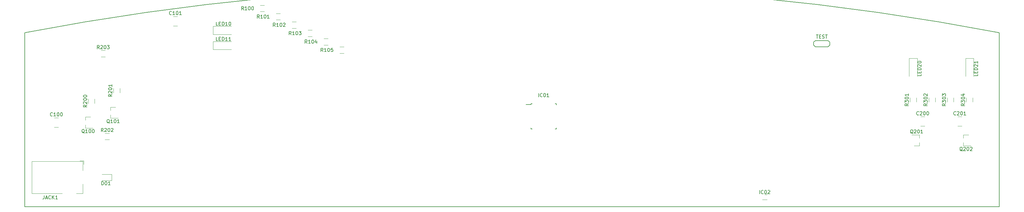
<source format=gbr>
%TF.GenerationSoftware,KiCad,Pcbnew,5.0.2-bee76a0~70~ubuntu18.04.1*%
%TF.CreationDate,2019-04-07T12:31:35-04:00*%
%TF.ProjectId,pcbnameplate,7063626e-616d-4657-906c-6174652e6b69,rev?*%
%TF.SameCoordinates,Original*%
%TF.FileFunction,Legend,Top*%
%TF.FilePolarity,Positive*%
%FSLAX46Y46*%
G04 Gerber Fmt 4.6, Leading zero omitted, Abs format (unit mm)*
G04 Created by KiCad (PCBNEW 5.0.2-bee76a0~70~ubuntu18.04.1) date Sun 07 Apr 2019 12:31:35 PM EDT*
%MOMM*%
%LPD*%
G01*
G04 APERTURE LIST*
%ADD10C,0.200000*%
%ADD11C,0.120000*%
%ADD12C,0.150000*%
G04 APERTURE END LIST*
D10*
X36677600Y-138734800D02*
X36677600Y-88734800D01*
X316677600Y-138734800D02*
X316677600Y-88734800D01*
X36677600Y-88734800D02*
G75*
G02X316677600Y-88734800I140000000J-730000000D01*
G01*
X36677600Y-138734800D02*
X316677600Y-138734800D01*
D11*
X306376800Y-118104800D02*
X306376800Y-119034800D01*
X306376800Y-121264800D02*
X306376800Y-120334800D01*
X306376800Y-121264800D02*
X308536800Y-121264800D01*
X306376800Y-118104800D02*
X307836800Y-118104800D01*
X293698200Y-121264800D02*
X293698200Y-120334800D01*
X293698200Y-118104800D02*
X293698200Y-119034800D01*
X293698200Y-118104800D02*
X291538200Y-118104800D01*
X293698200Y-121264800D02*
X292238200Y-121264800D01*
X296447800Y-108628264D02*
X296447800Y-107424136D01*
X298267800Y-108628264D02*
X298267800Y-107424136D01*
X307217400Y-108628264D02*
X307217400Y-107424136D01*
X309037400Y-108628264D02*
X309037400Y-107424136D01*
X291037600Y-108628264D02*
X291037600Y-107424136D01*
X292857600Y-108628264D02*
X292857600Y-107424136D01*
X301756400Y-108628264D02*
X301756400Y-107424136D01*
X303576400Y-108628264D02*
X303576400Y-107424136D01*
X304731336Y-112863800D02*
X305935464Y-112863800D01*
X304731336Y-115583800D02*
X305935464Y-115583800D01*
X294063336Y-112863800D02*
X295267464Y-112863800D01*
X294063336Y-115583800D02*
X295267464Y-115583800D01*
X53376400Y-125752800D02*
X53376400Y-128352800D01*
X38676400Y-125752800D02*
X53376400Y-125752800D01*
X53376400Y-134952800D02*
X51476400Y-134952800D01*
X53376400Y-132252800D02*
X53376400Y-134952800D01*
X38676400Y-134952800D02*
X38676400Y-125752800D01*
X47476400Y-134952800D02*
X38676400Y-134952800D01*
X52526400Y-125552800D02*
X53576400Y-125552800D01*
X53576400Y-126602800D02*
X53576400Y-125552800D01*
D12*
X182150600Y-109376000D02*
X180725600Y-109376000D01*
X189400600Y-109151000D02*
X189075600Y-109151000D01*
X189400600Y-116401000D02*
X189075600Y-116401000D01*
X182150600Y-116401000D02*
X182475600Y-116401000D01*
X182150600Y-109151000D02*
X182475600Y-109151000D01*
X182150600Y-116401000D02*
X182150600Y-116076000D01*
X189400600Y-116401000D02*
X189400600Y-116076000D01*
X189400600Y-109151000D02*
X189400600Y-109476000D01*
X182150600Y-109151000D02*
X182150600Y-109376000D01*
D11*
X104299936Y-82647200D02*
X105504064Y-82647200D01*
X104299936Y-80827200D02*
X105504064Y-80827200D01*
X108871936Y-85034800D02*
X110076064Y-85034800D01*
X108871936Y-83214800D02*
X110076064Y-83214800D01*
X113443936Y-87422400D02*
X114648064Y-87422400D01*
X113443936Y-85602400D02*
X114648064Y-85602400D01*
X118015936Y-89810000D02*
X119220064Y-89810000D01*
X118015936Y-87990000D02*
X119220064Y-87990000D01*
X122587936Y-92248400D02*
X123792064Y-92248400D01*
X122587936Y-90428400D02*
X123792064Y-90428400D01*
X127159936Y-94636000D02*
X128364064Y-94636000D01*
X127159936Y-92816000D02*
X128364064Y-92816000D01*
X61694800Y-129452800D02*
X58894800Y-129452800D01*
X61694800Y-131252800D02*
X61694800Y-129452800D01*
X58894800Y-131252800D02*
X61694800Y-131252800D01*
X54116700Y-112974000D02*
X55576700Y-112974000D01*
X54116700Y-116134000D02*
X56276700Y-116134000D01*
X54116700Y-116134000D02*
X54116700Y-115204000D01*
X54116700Y-112974000D02*
X54116700Y-113904000D01*
X61330300Y-110129200D02*
X62790300Y-110129200D01*
X61330300Y-113289200D02*
X63490300Y-113289200D01*
X61330300Y-113289200D02*
X61330300Y-112359200D01*
X61330300Y-110129200D02*
X61330300Y-111059200D01*
X45158576Y-115896220D02*
X46362704Y-115896220D01*
X45158576Y-113176220D02*
X46362704Y-113176220D01*
X56790000Y-109009264D02*
X56790000Y-107805136D01*
X54970000Y-109009264D02*
X54970000Y-107805136D01*
X64003600Y-105961264D02*
X64003600Y-104757136D01*
X62183600Y-105961264D02*
X62183600Y-104757136D01*
X59748336Y-119477200D02*
X60952464Y-119477200D01*
X59748336Y-117657200D02*
X60952464Y-117657200D01*
X58630736Y-95652000D02*
X59834864Y-95652000D01*
X58630736Y-93832000D02*
X59834864Y-93832000D01*
X79357136Y-86754800D02*
X80561264Y-86754800D01*
X79357136Y-84034800D02*
X80561264Y-84034800D01*
X90816800Y-89196400D02*
X96026800Y-89196400D01*
X90816800Y-86876400D02*
X90816800Y-89196400D01*
X96026800Y-86876400D02*
X90816800Y-86876400D01*
X90816800Y-93565200D02*
X96026800Y-93565200D01*
X90816800Y-91245200D02*
X90816800Y-93565200D01*
X96026800Y-91245200D02*
X90816800Y-91245200D01*
X248575600Y-136741600D02*
X249925600Y-136741600D01*
X249275600Y-135291600D02*
X249925600Y-135291600D01*
X290787600Y-96074600D02*
X290787600Y-101284600D01*
X293107600Y-96074600D02*
X290787600Y-96074600D01*
X293107600Y-101284600D02*
X293107600Y-96074600D01*
X306992800Y-96081200D02*
X306992800Y-101291200D01*
X309312800Y-96081200D02*
X306992800Y-96081200D01*
X309312800Y-101291200D02*
X309312800Y-96081200D01*
D12*
X263358600Y-91471800D02*
X263858600Y-90971800D01*
X263358600Y-92271800D02*
X263358600Y-91471800D01*
X263858600Y-92771800D02*
X263358600Y-92271800D01*
X267458600Y-92771800D02*
X263858600Y-92771800D01*
X267958600Y-92271800D02*
X267458600Y-92771800D01*
X267958600Y-91471800D02*
X267958600Y-92271800D01*
X267458600Y-90971800D02*
X267958600Y-91471800D01*
X263858600Y-90971800D02*
X267458600Y-90971800D01*
X306089180Y-122732419D02*
X305993942Y-122684800D01*
X305898704Y-122589561D01*
X305755847Y-122446704D01*
X305660609Y-122399085D01*
X305565371Y-122399085D01*
X305612990Y-122637180D02*
X305517752Y-122589561D01*
X305422514Y-122494323D01*
X305374895Y-122303847D01*
X305374895Y-121970514D01*
X305422514Y-121780038D01*
X305517752Y-121684800D01*
X305612990Y-121637180D01*
X305803466Y-121637180D01*
X305898704Y-121684800D01*
X305993942Y-121780038D01*
X306041561Y-121970514D01*
X306041561Y-122303847D01*
X305993942Y-122494323D01*
X305898704Y-122589561D01*
X305803466Y-122637180D01*
X305612990Y-122637180D01*
X306422514Y-121732419D02*
X306470133Y-121684800D01*
X306565371Y-121637180D01*
X306803466Y-121637180D01*
X306898704Y-121684800D01*
X306946323Y-121732419D01*
X306993942Y-121827657D01*
X306993942Y-121922895D01*
X306946323Y-122065752D01*
X306374895Y-122637180D01*
X306993942Y-122637180D01*
X307612990Y-121637180D02*
X307708228Y-121637180D01*
X307803466Y-121684800D01*
X307851085Y-121732419D01*
X307898704Y-121827657D01*
X307946323Y-122018133D01*
X307946323Y-122256228D01*
X307898704Y-122446704D01*
X307851085Y-122541942D01*
X307803466Y-122589561D01*
X307708228Y-122637180D01*
X307612990Y-122637180D01*
X307517752Y-122589561D01*
X307470133Y-122541942D01*
X307422514Y-122446704D01*
X307374895Y-122256228D01*
X307374895Y-122018133D01*
X307422514Y-121827657D01*
X307470133Y-121732419D01*
X307517752Y-121684800D01*
X307612990Y-121637180D01*
X308327276Y-121732419D02*
X308374895Y-121684800D01*
X308470133Y-121637180D01*
X308708228Y-121637180D01*
X308803466Y-121684800D01*
X308851085Y-121732419D01*
X308898704Y-121827657D01*
X308898704Y-121922895D01*
X308851085Y-122065752D01*
X308279657Y-122637180D01*
X308898704Y-122637180D01*
X291890580Y-117732419D02*
X291795342Y-117684800D01*
X291700104Y-117589561D01*
X291557247Y-117446704D01*
X291462009Y-117399085D01*
X291366771Y-117399085D01*
X291414390Y-117637180D02*
X291319152Y-117589561D01*
X291223914Y-117494323D01*
X291176295Y-117303847D01*
X291176295Y-116970514D01*
X291223914Y-116780038D01*
X291319152Y-116684800D01*
X291414390Y-116637180D01*
X291604866Y-116637180D01*
X291700104Y-116684800D01*
X291795342Y-116780038D01*
X291842961Y-116970514D01*
X291842961Y-117303847D01*
X291795342Y-117494323D01*
X291700104Y-117589561D01*
X291604866Y-117637180D01*
X291414390Y-117637180D01*
X292223914Y-116732419D02*
X292271533Y-116684800D01*
X292366771Y-116637180D01*
X292604866Y-116637180D01*
X292700104Y-116684800D01*
X292747723Y-116732419D01*
X292795342Y-116827657D01*
X292795342Y-116922895D01*
X292747723Y-117065752D01*
X292176295Y-117637180D01*
X292795342Y-117637180D01*
X293414390Y-116637180D02*
X293509628Y-116637180D01*
X293604866Y-116684800D01*
X293652485Y-116732419D01*
X293700104Y-116827657D01*
X293747723Y-117018133D01*
X293747723Y-117256228D01*
X293700104Y-117446704D01*
X293652485Y-117541942D01*
X293604866Y-117589561D01*
X293509628Y-117637180D01*
X293414390Y-117637180D01*
X293319152Y-117589561D01*
X293271533Y-117541942D01*
X293223914Y-117446704D01*
X293176295Y-117256228D01*
X293176295Y-117018133D01*
X293223914Y-116827657D01*
X293271533Y-116732419D01*
X293319152Y-116684800D01*
X293414390Y-116637180D01*
X294700104Y-117637180D02*
X294128676Y-117637180D01*
X294414390Y-117637180D02*
X294414390Y-116637180D01*
X294319152Y-116780038D01*
X294223914Y-116875276D01*
X294128676Y-116922895D01*
X295990180Y-109145247D02*
X295513990Y-109478580D01*
X295990180Y-109716676D02*
X294990180Y-109716676D01*
X294990180Y-109335723D01*
X295037800Y-109240485D01*
X295085419Y-109192866D01*
X295180657Y-109145247D01*
X295323514Y-109145247D01*
X295418752Y-109192866D01*
X295466371Y-109240485D01*
X295513990Y-109335723D01*
X295513990Y-109716676D01*
X294990180Y-108811914D02*
X294990180Y-108192866D01*
X295371133Y-108526200D01*
X295371133Y-108383342D01*
X295418752Y-108288104D01*
X295466371Y-108240485D01*
X295561609Y-108192866D01*
X295799704Y-108192866D01*
X295894942Y-108240485D01*
X295942561Y-108288104D01*
X295990180Y-108383342D01*
X295990180Y-108669057D01*
X295942561Y-108764295D01*
X295894942Y-108811914D01*
X294990180Y-107573819D02*
X294990180Y-107478580D01*
X295037800Y-107383342D01*
X295085419Y-107335723D01*
X295180657Y-107288104D01*
X295371133Y-107240485D01*
X295609228Y-107240485D01*
X295799704Y-107288104D01*
X295894942Y-107335723D01*
X295942561Y-107383342D01*
X295990180Y-107478580D01*
X295990180Y-107573819D01*
X295942561Y-107669057D01*
X295894942Y-107716676D01*
X295799704Y-107764295D01*
X295609228Y-107811914D01*
X295371133Y-107811914D01*
X295180657Y-107764295D01*
X295085419Y-107716676D01*
X295037800Y-107669057D01*
X294990180Y-107573819D01*
X295085419Y-106859533D02*
X295037800Y-106811914D01*
X294990180Y-106716676D01*
X294990180Y-106478580D01*
X295037800Y-106383342D01*
X295085419Y-106335723D01*
X295180657Y-106288104D01*
X295275895Y-106288104D01*
X295418752Y-106335723D01*
X295990180Y-106907152D01*
X295990180Y-106288104D01*
X306759780Y-109145247D02*
X306283590Y-109478580D01*
X306759780Y-109716676D02*
X305759780Y-109716676D01*
X305759780Y-109335723D01*
X305807400Y-109240485D01*
X305855019Y-109192866D01*
X305950257Y-109145247D01*
X306093114Y-109145247D01*
X306188352Y-109192866D01*
X306235971Y-109240485D01*
X306283590Y-109335723D01*
X306283590Y-109716676D01*
X305759780Y-108811914D02*
X305759780Y-108192866D01*
X306140733Y-108526200D01*
X306140733Y-108383342D01*
X306188352Y-108288104D01*
X306235971Y-108240485D01*
X306331209Y-108192866D01*
X306569304Y-108192866D01*
X306664542Y-108240485D01*
X306712161Y-108288104D01*
X306759780Y-108383342D01*
X306759780Y-108669057D01*
X306712161Y-108764295D01*
X306664542Y-108811914D01*
X305759780Y-107573819D02*
X305759780Y-107478580D01*
X305807400Y-107383342D01*
X305855019Y-107335723D01*
X305950257Y-107288104D01*
X306140733Y-107240485D01*
X306378828Y-107240485D01*
X306569304Y-107288104D01*
X306664542Y-107335723D01*
X306712161Y-107383342D01*
X306759780Y-107478580D01*
X306759780Y-107573819D01*
X306712161Y-107669057D01*
X306664542Y-107716676D01*
X306569304Y-107764295D01*
X306378828Y-107811914D01*
X306140733Y-107811914D01*
X305950257Y-107764295D01*
X305855019Y-107716676D01*
X305807400Y-107669057D01*
X305759780Y-107573819D01*
X306093114Y-106383342D02*
X306759780Y-106383342D01*
X305712161Y-106621438D02*
X306426447Y-106859533D01*
X306426447Y-106240485D01*
X290579980Y-109145247D02*
X290103790Y-109478580D01*
X290579980Y-109716676D02*
X289579980Y-109716676D01*
X289579980Y-109335723D01*
X289627600Y-109240485D01*
X289675219Y-109192866D01*
X289770457Y-109145247D01*
X289913314Y-109145247D01*
X290008552Y-109192866D01*
X290056171Y-109240485D01*
X290103790Y-109335723D01*
X290103790Y-109716676D01*
X289579980Y-108811914D02*
X289579980Y-108192866D01*
X289960933Y-108526200D01*
X289960933Y-108383342D01*
X290008552Y-108288104D01*
X290056171Y-108240485D01*
X290151409Y-108192866D01*
X290389504Y-108192866D01*
X290484742Y-108240485D01*
X290532361Y-108288104D01*
X290579980Y-108383342D01*
X290579980Y-108669057D01*
X290532361Y-108764295D01*
X290484742Y-108811914D01*
X289579980Y-107573819D02*
X289579980Y-107478580D01*
X289627600Y-107383342D01*
X289675219Y-107335723D01*
X289770457Y-107288104D01*
X289960933Y-107240485D01*
X290199028Y-107240485D01*
X290389504Y-107288104D01*
X290484742Y-107335723D01*
X290532361Y-107383342D01*
X290579980Y-107478580D01*
X290579980Y-107573819D01*
X290532361Y-107669057D01*
X290484742Y-107716676D01*
X290389504Y-107764295D01*
X290199028Y-107811914D01*
X289960933Y-107811914D01*
X289770457Y-107764295D01*
X289675219Y-107716676D01*
X289627600Y-107669057D01*
X289579980Y-107573819D01*
X290579980Y-106288104D02*
X290579980Y-106859533D01*
X290579980Y-106573819D02*
X289579980Y-106573819D01*
X289722838Y-106669057D01*
X289818076Y-106764295D01*
X289865695Y-106859533D01*
X301298780Y-109145247D02*
X300822590Y-109478580D01*
X301298780Y-109716676D02*
X300298780Y-109716676D01*
X300298780Y-109335723D01*
X300346400Y-109240485D01*
X300394019Y-109192866D01*
X300489257Y-109145247D01*
X300632114Y-109145247D01*
X300727352Y-109192866D01*
X300774971Y-109240485D01*
X300822590Y-109335723D01*
X300822590Y-109716676D01*
X300298780Y-108811914D02*
X300298780Y-108192866D01*
X300679733Y-108526200D01*
X300679733Y-108383342D01*
X300727352Y-108288104D01*
X300774971Y-108240485D01*
X300870209Y-108192866D01*
X301108304Y-108192866D01*
X301203542Y-108240485D01*
X301251161Y-108288104D01*
X301298780Y-108383342D01*
X301298780Y-108669057D01*
X301251161Y-108764295D01*
X301203542Y-108811914D01*
X300298780Y-107573819D02*
X300298780Y-107478580D01*
X300346400Y-107383342D01*
X300394019Y-107335723D01*
X300489257Y-107288104D01*
X300679733Y-107240485D01*
X300917828Y-107240485D01*
X301108304Y-107288104D01*
X301203542Y-107335723D01*
X301251161Y-107383342D01*
X301298780Y-107478580D01*
X301298780Y-107573819D01*
X301251161Y-107669057D01*
X301203542Y-107716676D01*
X301108304Y-107764295D01*
X300917828Y-107811914D01*
X300679733Y-107811914D01*
X300489257Y-107764295D01*
X300394019Y-107716676D01*
X300346400Y-107669057D01*
X300298780Y-107573819D01*
X300298780Y-106907152D02*
X300298780Y-106288104D01*
X300679733Y-106621438D01*
X300679733Y-106478580D01*
X300727352Y-106383342D01*
X300774971Y-106335723D01*
X300870209Y-106288104D01*
X301108304Y-106288104D01*
X301203542Y-106335723D01*
X301251161Y-106383342D01*
X301298780Y-106478580D01*
X301298780Y-106764295D01*
X301251161Y-106859533D01*
X301203542Y-106907152D01*
X304214352Y-112300942D02*
X304166733Y-112348561D01*
X304023876Y-112396180D01*
X303928638Y-112396180D01*
X303785780Y-112348561D01*
X303690542Y-112253323D01*
X303642923Y-112158085D01*
X303595304Y-111967609D01*
X303595304Y-111824752D01*
X303642923Y-111634276D01*
X303690542Y-111539038D01*
X303785780Y-111443800D01*
X303928638Y-111396180D01*
X304023876Y-111396180D01*
X304166733Y-111443800D01*
X304214352Y-111491419D01*
X304595304Y-111491419D02*
X304642923Y-111443800D01*
X304738161Y-111396180D01*
X304976257Y-111396180D01*
X305071495Y-111443800D01*
X305119114Y-111491419D01*
X305166733Y-111586657D01*
X305166733Y-111681895D01*
X305119114Y-111824752D01*
X304547685Y-112396180D01*
X305166733Y-112396180D01*
X305785780Y-111396180D02*
X305881019Y-111396180D01*
X305976257Y-111443800D01*
X306023876Y-111491419D01*
X306071495Y-111586657D01*
X306119114Y-111777133D01*
X306119114Y-112015228D01*
X306071495Y-112205704D01*
X306023876Y-112300942D01*
X305976257Y-112348561D01*
X305881019Y-112396180D01*
X305785780Y-112396180D01*
X305690542Y-112348561D01*
X305642923Y-112300942D01*
X305595304Y-112205704D01*
X305547685Y-112015228D01*
X305547685Y-111777133D01*
X305595304Y-111586657D01*
X305642923Y-111491419D01*
X305690542Y-111443800D01*
X305785780Y-111396180D01*
X307071495Y-112396180D02*
X306500066Y-112396180D01*
X306785780Y-112396180D02*
X306785780Y-111396180D01*
X306690542Y-111539038D01*
X306595304Y-111634276D01*
X306500066Y-111681895D01*
X293546352Y-112300942D02*
X293498733Y-112348561D01*
X293355876Y-112396180D01*
X293260638Y-112396180D01*
X293117780Y-112348561D01*
X293022542Y-112253323D01*
X292974923Y-112158085D01*
X292927304Y-111967609D01*
X292927304Y-111824752D01*
X292974923Y-111634276D01*
X293022542Y-111539038D01*
X293117780Y-111443800D01*
X293260638Y-111396180D01*
X293355876Y-111396180D01*
X293498733Y-111443800D01*
X293546352Y-111491419D01*
X293927304Y-111491419D02*
X293974923Y-111443800D01*
X294070161Y-111396180D01*
X294308257Y-111396180D01*
X294403495Y-111443800D01*
X294451114Y-111491419D01*
X294498733Y-111586657D01*
X294498733Y-111681895D01*
X294451114Y-111824752D01*
X293879685Y-112396180D01*
X294498733Y-112396180D01*
X295117780Y-111396180D02*
X295213019Y-111396180D01*
X295308257Y-111443800D01*
X295355876Y-111491419D01*
X295403495Y-111586657D01*
X295451114Y-111777133D01*
X295451114Y-112015228D01*
X295403495Y-112205704D01*
X295355876Y-112300942D01*
X295308257Y-112348561D01*
X295213019Y-112396180D01*
X295117780Y-112396180D01*
X295022542Y-112348561D01*
X294974923Y-112300942D01*
X294927304Y-112205704D01*
X294879685Y-112015228D01*
X294879685Y-111777133D01*
X294927304Y-111586657D01*
X294974923Y-111491419D01*
X295022542Y-111443800D01*
X295117780Y-111396180D01*
X296070161Y-111396180D02*
X296165400Y-111396180D01*
X296260638Y-111443800D01*
X296308257Y-111491419D01*
X296355876Y-111586657D01*
X296403495Y-111777133D01*
X296403495Y-112015228D01*
X296355876Y-112205704D01*
X296308257Y-112300942D01*
X296260638Y-112348561D01*
X296165400Y-112396180D01*
X296070161Y-112396180D01*
X295974923Y-112348561D01*
X295927304Y-112300942D01*
X295879685Y-112205704D01*
X295832066Y-112015228D01*
X295832066Y-111777133D01*
X295879685Y-111586657D01*
X295927304Y-111491419D01*
X295974923Y-111443800D01*
X296070161Y-111396180D01*
X42264495Y-135555180D02*
X42264495Y-136269466D01*
X42216876Y-136412323D01*
X42121638Y-136507561D01*
X41978780Y-136555180D01*
X41883542Y-136555180D01*
X42693066Y-136269466D02*
X43169257Y-136269466D01*
X42597828Y-136555180D02*
X42931161Y-135555180D01*
X43264495Y-136555180D01*
X44169257Y-136459942D02*
X44121638Y-136507561D01*
X43978780Y-136555180D01*
X43883542Y-136555180D01*
X43740685Y-136507561D01*
X43645447Y-136412323D01*
X43597828Y-136317085D01*
X43550209Y-136126609D01*
X43550209Y-135983752D01*
X43597828Y-135793276D01*
X43645447Y-135698038D01*
X43740685Y-135602800D01*
X43883542Y-135555180D01*
X43978780Y-135555180D01*
X44121638Y-135602800D01*
X44169257Y-135650419D01*
X44597828Y-136555180D02*
X44597828Y-135555180D01*
X45169257Y-136555180D02*
X44740685Y-135983752D01*
X45169257Y-135555180D02*
X44597828Y-136126609D01*
X46121638Y-136555180D02*
X45550209Y-136555180D01*
X45835923Y-136555180D02*
X45835923Y-135555180D01*
X45740685Y-135698038D01*
X45645447Y-135793276D01*
X45550209Y-135840895D01*
X184323219Y-107178380D02*
X184323219Y-106178380D01*
X185370838Y-107083142D02*
X185323219Y-107130761D01*
X185180361Y-107178380D01*
X185085123Y-107178380D01*
X184942266Y-107130761D01*
X184847028Y-107035523D01*
X184799409Y-106940285D01*
X184751790Y-106749809D01*
X184751790Y-106606952D01*
X184799409Y-106416476D01*
X184847028Y-106321238D01*
X184942266Y-106226000D01*
X185085123Y-106178380D01*
X185180361Y-106178380D01*
X185323219Y-106226000D01*
X185370838Y-106273619D01*
X185989885Y-106178380D02*
X186085123Y-106178380D01*
X186180361Y-106226000D01*
X186227980Y-106273619D01*
X186275600Y-106368857D01*
X186323219Y-106559333D01*
X186323219Y-106797428D01*
X186275600Y-106987904D01*
X186227980Y-107083142D01*
X186180361Y-107130761D01*
X186085123Y-107178380D01*
X185989885Y-107178380D01*
X185894647Y-107130761D01*
X185847028Y-107083142D01*
X185799409Y-106987904D01*
X185751790Y-106797428D01*
X185751790Y-106559333D01*
X185799409Y-106368857D01*
X185847028Y-106273619D01*
X185894647Y-106226000D01*
X185989885Y-106178380D01*
X187275600Y-107178380D02*
X186704171Y-107178380D01*
X186989885Y-107178380D02*
X186989885Y-106178380D01*
X186894647Y-106321238D01*
X186799409Y-106416476D01*
X186704171Y-106464095D01*
X99566552Y-82189580D02*
X99233219Y-81713390D01*
X98995123Y-82189580D02*
X98995123Y-81189580D01*
X99376076Y-81189580D01*
X99471314Y-81237200D01*
X99518933Y-81284819D01*
X99566552Y-81380057D01*
X99566552Y-81522914D01*
X99518933Y-81618152D01*
X99471314Y-81665771D01*
X99376076Y-81713390D01*
X98995123Y-81713390D01*
X100518933Y-82189580D02*
X99947504Y-82189580D01*
X100233219Y-82189580D02*
X100233219Y-81189580D01*
X100137980Y-81332438D01*
X100042742Y-81427676D01*
X99947504Y-81475295D01*
X101137980Y-81189580D02*
X101233219Y-81189580D01*
X101328457Y-81237200D01*
X101376076Y-81284819D01*
X101423695Y-81380057D01*
X101471314Y-81570533D01*
X101471314Y-81808628D01*
X101423695Y-81999104D01*
X101376076Y-82094342D01*
X101328457Y-82141961D01*
X101233219Y-82189580D01*
X101137980Y-82189580D01*
X101042742Y-82141961D01*
X100995123Y-82094342D01*
X100947504Y-81999104D01*
X100899885Y-81808628D01*
X100899885Y-81570533D01*
X100947504Y-81380057D01*
X100995123Y-81284819D01*
X101042742Y-81237200D01*
X101137980Y-81189580D01*
X102090361Y-81189580D02*
X102185600Y-81189580D01*
X102280838Y-81237200D01*
X102328457Y-81284819D01*
X102376076Y-81380057D01*
X102423695Y-81570533D01*
X102423695Y-81808628D01*
X102376076Y-81999104D01*
X102328457Y-82094342D01*
X102280838Y-82141961D01*
X102185600Y-82189580D01*
X102090361Y-82189580D01*
X101995123Y-82141961D01*
X101947504Y-82094342D01*
X101899885Y-81999104D01*
X101852266Y-81808628D01*
X101852266Y-81570533D01*
X101899885Y-81380057D01*
X101947504Y-81284819D01*
X101995123Y-81237200D01*
X102090361Y-81189580D01*
X104087752Y-84577180D02*
X103754419Y-84100990D01*
X103516323Y-84577180D02*
X103516323Y-83577180D01*
X103897276Y-83577180D01*
X103992514Y-83624800D01*
X104040133Y-83672419D01*
X104087752Y-83767657D01*
X104087752Y-83910514D01*
X104040133Y-84005752D01*
X103992514Y-84053371D01*
X103897276Y-84100990D01*
X103516323Y-84100990D01*
X105040133Y-84577180D02*
X104468704Y-84577180D01*
X104754419Y-84577180D02*
X104754419Y-83577180D01*
X104659180Y-83720038D01*
X104563942Y-83815276D01*
X104468704Y-83862895D01*
X105659180Y-83577180D02*
X105754419Y-83577180D01*
X105849657Y-83624800D01*
X105897276Y-83672419D01*
X105944895Y-83767657D01*
X105992514Y-83958133D01*
X105992514Y-84196228D01*
X105944895Y-84386704D01*
X105897276Y-84481942D01*
X105849657Y-84529561D01*
X105754419Y-84577180D01*
X105659180Y-84577180D01*
X105563942Y-84529561D01*
X105516323Y-84481942D01*
X105468704Y-84386704D01*
X105421085Y-84196228D01*
X105421085Y-83958133D01*
X105468704Y-83767657D01*
X105516323Y-83672419D01*
X105563942Y-83624800D01*
X105659180Y-83577180D01*
X106944895Y-84577180D02*
X106373466Y-84577180D01*
X106659180Y-84577180D02*
X106659180Y-83577180D01*
X106563942Y-83720038D01*
X106468704Y-83815276D01*
X106373466Y-83862895D01*
X108659752Y-86964780D02*
X108326419Y-86488590D01*
X108088323Y-86964780D02*
X108088323Y-85964780D01*
X108469276Y-85964780D01*
X108564514Y-86012400D01*
X108612133Y-86060019D01*
X108659752Y-86155257D01*
X108659752Y-86298114D01*
X108612133Y-86393352D01*
X108564514Y-86440971D01*
X108469276Y-86488590D01*
X108088323Y-86488590D01*
X109612133Y-86964780D02*
X109040704Y-86964780D01*
X109326419Y-86964780D02*
X109326419Y-85964780D01*
X109231180Y-86107638D01*
X109135942Y-86202876D01*
X109040704Y-86250495D01*
X110231180Y-85964780D02*
X110326419Y-85964780D01*
X110421657Y-86012400D01*
X110469276Y-86060019D01*
X110516895Y-86155257D01*
X110564514Y-86345733D01*
X110564514Y-86583828D01*
X110516895Y-86774304D01*
X110469276Y-86869542D01*
X110421657Y-86917161D01*
X110326419Y-86964780D01*
X110231180Y-86964780D01*
X110135942Y-86917161D01*
X110088323Y-86869542D01*
X110040704Y-86774304D01*
X109993085Y-86583828D01*
X109993085Y-86345733D01*
X110040704Y-86155257D01*
X110088323Y-86060019D01*
X110135942Y-86012400D01*
X110231180Y-85964780D01*
X110945466Y-86060019D02*
X110993085Y-86012400D01*
X111088323Y-85964780D01*
X111326419Y-85964780D01*
X111421657Y-86012400D01*
X111469276Y-86060019D01*
X111516895Y-86155257D01*
X111516895Y-86250495D01*
X111469276Y-86393352D01*
X110897847Y-86964780D01*
X111516895Y-86964780D01*
X113231752Y-89352380D02*
X112898419Y-88876190D01*
X112660323Y-89352380D02*
X112660323Y-88352380D01*
X113041276Y-88352380D01*
X113136514Y-88400000D01*
X113184133Y-88447619D01*
X113231752Y-88542857D01*
X113231752Y-88685714D01*
X113184133Y-88780952D01*
X113136514Y-88828571D01*
X113041276Y-88876190D01*
X112660323Y-88876190D01*
X114184133Y-89352380D02*
X113612704Y-89352380D01*
X113898419Y-89352380D02*
X113898419Y-88352380D01*
X113803180Y-88495238D01*
X113707942Y-88590476D01*
X113612704Y-88638095D01*
X114803180Y-88352380D02*
X114898419Y-88352380D01*
X114993657Y-88400000D01*
X115041276Y-88447619D01*
X115088895Y-88542857D01*
X115136514Y-88733333D01*
X115136514Y-88971428D01*
X115088895Y-89161904D01*
X115041276Y-89257142D01*
X114993657Y-89304761D01*
X114898419Y-89352380D01*
X114803180Y-89352380D01*
X114707942Y-89304761D01*
X114660323Y-89257142D01*
X114612704Y-89161904D01*
X114565085Y-88971428D01*
X114565085Y-88733333D01*
X114612704Y-88542857D01*
X114660323Y-88447619D01*
X114707942Y-88400000D01*
X114803180Y-88352380D01*
X115469847Y-88352380D02*
X116088895Y-88352380D01*
X115755561Y-88733333D01*
X115898419Y-88733333D01*
X115993657Y-88780952D01*
X116041276Y-88828571D01*
X116088895Y-88923809D01*
X116088895Y-89161904D01*
X116041276Y-89257142D01*
X115993657Y-89304761D01*
X115898419Y-89352380D01*
X115612704Y-89352380D01*
X115517466Y-89304761D01*
X115469847Y-89257142D01*
X117803752Y-91790780D02*
X117470419Y-91314590D01*
X117232323Y-91790780D02*
X117232323Y-90790780D01*
X117613276Y-90790780D01*
X117708514Y-90838400D01*
X117756133Y-90886019D01*
X117803752Y-90981257D01*
X117803752Y-91124114D01*
X117756133Y-91219352D01*
X117708514Y-91266971D01*
X117613276Y-91314590D01*
X117232323Y-91314590D01*
X118756133Y-91790780D02*
X118184704Y-91790780D01*
X118470419Y-91790780D02*
X118470419Y-90790780D01*
X118375180Y-90933638D01*
X118279942Y-91028876D01*
X118184704Y-91076495D01*
X119375180Y-90790780D02*
X119470419Y-90790780D01*
X119565657Y-90838400D01*
X119613276Y-90886019D01*
X119660895Y-90981257D01*
X119708514Y-91171733D01*
X119708514Y-91409828D01*
X119660895Y-91600304D01*
X119613276Y-91695542D01*
X119565657Y-91743161D01*
X119470419Y-91790780D01*
X119375180Y-91790780D01*
X119279942Y-91743161D01*
X119232323Y-91695542D01*
X119184704Y-91600304D01*
X119137085Y-91409828D01*
X119137085Y-91171733D01*
X119184704Y-90981257D01*
X119232323Y-90886019D01*
X119279942Y-90838400D01*
X119375180Y-90790780D01*
X120565657Y-91124114D02*
X120565657Y-91790780D01*
X120327561Y-90743161D02*
X120089466Y-91457447D01*
X120708514Y-91457447D01*
X122375752Y-94178380D02*
X122042419Y-93702190D01*
X121804323Y-94178380D02*
X121804323Y-93178380D01*
X122185276Y-93178380D01*
X122280514Y-93226000D01*
X122328133Y-93273619D01*
X122375752Y-93368857D01*
X122375752Y-93511714D01*
X122328133Y-93606952D01*
X122280514Y-93654571D01*
X122185276Y-93702190D01*
X121804323Y-93702190D01*
X123328133Y-94178380D02*
X122756704Y-94178380D01*
X123042419Y-94178380D02*
X123042419Y-93178380D01*
X122947180Y-93321238D01*
X122851942Y-93416476D01*
X122756704Y-93464095D01*
X123947180Y-93178380D02*
X124042419Y-93178380D01*
X124137657Y-93226000D01*
X124185276Y-93273619D01*
X124232895Y-93368857D01*
X124280514Y-93559333D01*
X124280514Y-93797428D01*
X124232895Y-93987904D01*
X124185276Y-94083142D01*
X124137657Y-94130761D01*
X124042419Y-94178380D01*
X123947180Y-94178380D01*
X123851942Y-94130761D01*
X123804323Y-94083142D01*
X123756704Y-93987904D01*
X123709085Y-93797428D01*
X123709085Y-93559333D01*
X123756704Y-93368857D01*
X123804323Y-93273619D01*
X123851942Y-93226000D01*
X123947180Y-93178380D01*
X125185276Y-93178380D02*
X124709085Y-93178380D01*
X124661466Y-93654571D01*
X124709085Y-93606952D01*
X124804323Y-93559333D01*
X125042419Y-93559333D01*
X125137657Y-93606952D01*
X125185276Y-93654571D01*
X125232895Y-93749809D01*
X125232895Y-93987904D01*
X125185276Y-94083142D01*
X125137657Y-94130761D01*
X125042419Y-94178380D01*
X124804323Y-94178380D01*
X124709085Y-94130761D01*
X124661466Y-94083142D01*
X58780514Y-132505180D02*
X58780514Y-131505180D01*
X59018609Y-131505180D01*
X59161466Y-131552800D01*
X59256704Y-131648038D01*
X59304323Y-131743276D01*
X59351942Y-131933752D01*
X59351942Y-132076609D01*
X59304323Y-132267085D01*
X59256704Y-132362323D01*
X59161466Y-132457561D01*
X59018609Y-132505180D01*
X58780514Y-132505180D01*
X59970990Y-131505180D02*
X60066228Y-131505180D01*
X60161466Y-131552800D01*
X60209085Y-131600419D01*
X60256704Y-131695657D01*
X60304323Y-131886133D01*
X60304323Y-132124228D01*
X60256704Y-132314704D01*
X60209085Y-132409942D01*
X60161466Y-132457561D01*
X60066228Y-132505180D01*
X59970990Y-132505180D01*
X59875752Y-132457561D01*
X59828133Y-132409942D01*
X59780514Y-132314704D01*
X59732895Y-132124228D01*
X59732895Y-131886133D01*
X59780514Y-131695657D01*
X59828133Y-131600419D01*
X59875752Y-131552800D01*
X59970990Y-131505180D01*
X61256704Y-132505180D02*
X60685276Y-132505180D01*
X60970990Y-132505180D02*
X60970990Y-131505180D01*
X60875752Y-131648038D01*
X60780514Y-131743276D01*
X60685276Y-131790895D01*
X53829080Y-117601619D02*
X53733842Y-117554000D01*
X53638604Y-117458761D01*
X53495747Y-117315904D01*
X53400509Y-117268285D01*
X53305271Y-117268285D01*
X53352890Y-117506380D02*
X53257652Y-117458761D01*
X53162414Y-117363523D01*
X53114795Y-117173047D01*
X53114795Y-116839714D01*
X53162414Y-116649238D01*
X53257652Y-116554000D01*
X53352890Y-116506380D01*
X53543366Y-116506380D01*
X53638604Y-116554000D01*
X53733842Y-116649238D01*
X53781461Y-116839714D01*
X53781461Y-117173047D01*
X53733842Y-117363523D01*
X53638604Y-117458761D01*
X53543366Y-117506380D01*
X53352890Y-117506380D01*
X54733842Y-117506380D02*
X54162414Y-117506380D01*
X54448128Y-117506380D02*
X54448128Y-116506380D01*
X54352890Y-116649238D01*
X54257652Y-116744476D01*
X54162414Y-116792095D01*
X55352890Y-116506380D02*
X55448128Y-116506380D01*
X55543366Y-116554000D01*
X55590985Y-116601619D01*
X55638604Y-116696857D01*
X55686223Y-116887333D01*
X55686223Y-117125428D01*
X55638604Y-117315904D01*
X55590985Y-117411142D01*
X55543366Y-117458761D01*
X55448128Y-117506380D01*
X55352890Y-117506380D01*
X55257652Y-117458761D01*
X55210033Y-117411142D01*
X55162414Y-117315904D01*
X55114795Y-117125428D01*
X55114795Y-116887333D01*
X55162414Y-116696857D01*
X55210033Y-116601619D01*
X55257652Y-116554000D01*
X55352890Y-116506380D01*
X56305271Y-116506380D02*
X56400509Y-116506380D01*
X56495747Y-116554000D01*
X56543366Y-116601619D01*
X56590985Y-116696857D01*
X56638604Y-116887333D01*
X56638604Y-117125428D01*
X56590985Y-117315904D01*
X56543366Y-117411142D01*
X56495747Y-117458761D01*
X56400509Y-117506380D01*
X56305271Y-117506380D01*
X56210033Y-117458761D01*
X56162414Y-117411142D01*
X56114795Y-117315904D01*
X56067176Y-117125428D01*
X56067176Y-116887333D01*
X56114795Y-116696857D01*
X56162414Y-116601619D01*
X56210033Y-116554000D01*
X56305271Y-116506380D01*
X61042680Y-114756819D02*
X60947442Y-114709200D01*
X60852204Y-114613961D01*
X60709347Y-114471104D01*
X60614109Y-114423485D01*
X60518871Y-114423485D01*
X60566490Y-114661580D02*
X60471252Y-114613961D01*
X60376014Y-114518723D01*
X60328395Y-114328247D01*
X60328395Y-113994914D01*
X60376014Y-113804438D01*
X60471252Y-113709200D01*
X60566490Y-113661580D01*
X60756966Y-113661580D01*
X60852204Y-113709200D01*
X60947442Y-113804438D01*
X60995061Y-113994914D01*
X60995061Y-114328247D01*
X60947442Y-114518723D01*
X60852204Y-114613961D01*
X60756966Y-114661580D01*
X60566490Y-114661580D01*
X61947442Y-114661580D02*
X61376014Y-114661580D01*
X61661728Y-114661580D02*
X61661728Y-113661580D01*
X61566490Y-113804438D01*
X61471252Y-113899676D01*
X61376014Y-113947295D01*
X62566490Y-113661580D02*
X62661728Y-113661580D01*
X62756966Y-113709200D01*
X62804585Y-113756819D01*
X62852204Y-113852057D01*
X62899823Y-114042533D01*
X62899823Y-114280628D01*
X62852204Y-114471104D01*
X62804585Y-114566342D01*
X62756966Y-114613961D01*
X62661728Y-114661580D01*
X62566490Y-114661580D01*
X62471252Y-114613961D01*
X62423633Y-114566342D01*
X62376014Y-114471104D01*
X62328395Y-114280628D01*
X62328395Y-114042533D01*
X62376014Y-113852057D01*
X62423633Y-113756819D01*
X62471252Y-113709200D01*
X62566490Y-113661580D01*
X63852204Y-114661580D02*
X63280776Y-114661580D01*
X63566490Y-114661580D02*
X63566490Y-113661580D01*
X63471252Y-113804438D01*
X63376014Y-113899676D01*
X63280776Y-113947295D01*
X44641592Y-112613362D02*
X44593973Y-112660981D01*
X44451116Y-112708600D01*
X44355878Y-112708600D01*
X44213020Y-112660981D01*
X44117782Y-112565743D01*
X44070163Y-112470505D01*
X44022544Y-112280029D01*
X44022544Y-112137172D01*
X44070163Y-111946696D01*
X44117782Y-111851458D01*
X44213020Y-111756220D01*
X44355878Y-111708600D01*
X44451116Y-111708600D01*
X44593973Y-111756220D01*
X44641592Y-111803839D01*
X45593973Y-112708600D02*
X45022544Y-112708600D01*
X45308259Y-112708600D02*
X45308259Y-111708600D01*
X45213020Y-111851458D01*
X45117782Y-111946696D01*
X45022544Y-111994315D01*
X46213020Y-111708600D02*
X46308259Y-111708600D01*
X46403497Y-111756220D01*
X46451116Y-111803839D01*
X46498735Y-111899077D01*
X46546354Y-112089553D01*
X46546354Y-112327648D01*
X46498735Y-112518124D01*
X46451116Y-112613362D01*
X46403497Y-112660981D01*
X46308259Y-112708600D01*
X46213020Y-112708600D01*
X46117782Y-112660981D01*
X46070163Y-112613362D01*
X46022544Y-112518124D01*
X45974925Y-112327648D01*
X45974925Y-112089553D01*
X46022544Y-111899077D01*
X46070163Y-111803839D01*
X46117782Y-111756220D01*
X46213020Y-111708600D01*
X47165401Y-111708600D02*
X47260640Y-111708600D01*
X47355878Y-111756220D01*
X47403497Y-111803839D01*
X47451116Y-111899077D01*
X47498735Y-112089553D01*
X47498735Y-112327648D01*
X47451116Y-112518124D01*
X47403497Y-112613362D01*
X47355878Y-112660981D01*
X47260640Y-112708600D01*
X47165401Y-112708600D01*
X47070163Y-112660981D01*
X47022544Y-112613362D01*
X46974925Y-112518124D01*
X46927306Y-112327648D01*
X46927306Y-112089553D01*
X46974925Y-111899077D01*
X47022544Y-111803839D01*
X47070163Y-111756220D01*
X47165401Y-111708600D01*
X54512380Y-109526247D02*
X54036190Y-109859580D01*
X54512380Y-110097676D02*
X53512380Y-110097676D01*
X53512380Y-109716723D01*
X53560000Y-109621485D01*
X53607619Y-109573866D01*
X53702857Y-109526247D01*
X53845714Y-109526247D01*
X53940952Y-109573866D01*
X53988571Y-109621485D01*
X54036190Y-109716723D01*
X54036190Y-110097676D01*
X53607619Y-109145295D02*
X53560000Y-109097676D01*
X53512380Y-109002438D01*
X53512380Y-108764342D01*
X53560000Y-108669104D01*
X53607619Y-108621485D01*
X53702857Y-108573866D01*
X53798095Y-108573866D01*
X53940952Y-108621485D01*
X54512380Y-109192914D01*
X54512380Y-108573866D01*
X53512380Y-107954819D02*
X53512380Y-107859580D01*
X53560000Y-107764342D01*
X53607619Y-107716723D01*
X53702857Y-107669104D01*
X53893333Y-107621485D01*
X54131428Y-107621485D01*
X54321904Y-107669104D01*
X54417142Y-107716723D01*
X54464761Y-107764342D01*
X54512380Y-107859580D01*
X54512380Y-107954819D01*
X54464761Y-108050057D01*
X54417142Y-108097676D01*
X54321904Y-108145295D01*
X54131428Y-108192914D01*
X53893333Y-108192914D01*
X53702857Y-108145295D01*
X53607619Y-108097676D01*
X53560000Y-108050057D01*
X53512380Y-107954819D01*
X53512380Y-107002438D02*
X53512380Y-106907200D01*
X53560000Y-106811961D01*
X53607619Y-106764342D01*
X53702857Y-106716723D01*
X53893333Y-106669104D01*
X54131428Y-106669104D01*
X54321904Y-106716723D01*
X54417142Y-106764342D01*
X54464761Y-106811961D01*
X54512380Y-106907200D01*
X54512380Y-107002438D01*
X54464761Y-107097676D01*
X54417142Y-107145295D01*
X54321904Y-107192914D01*
X54131428Y-107240533D01*
X53893333Y-107240533D01*
X53702857Y-107192914D01*
X53607619Y-107145295D01*
X53560000Y-107097676D01*
X53512380Y-107002438D01*
X61725980Y-106478247D02*
X61249790Y-106811580D01*
X61725980Y-107049676D02*
X60725980Y-107049676D01*
X60725980Y-106668723D01*
X60773600Y-106573485D01*
X60821219Y-106525866D01*
X60916457Y-106478247D01*
X61059314Y-106478247D01*
X61154552Y-106525866D01*
X61202171Y-106573485D01*
X61249790Y-106668723D01*
X61249790Y-107049676D01*
X60821219Y-106097295D02*
X60773600Y-106049676D01*
X60725980Y-105954438D01*
X60725980Y-105716342D01*
X60773600Y-105621104D01*
X60821219Y-105573485D01*
X60916457Y-105525866D01*
X61011695Y-105525866D01*
X61154552Y-105573485D01*
X61725980Y-106144914D01*
X61725980Y-105525866D01*
X60725980Y-104906819D02*
X60725980Y-104811580D01*
X60773600Y-104716342D01*
X60821219Y-104668723D01*
X60916457Y-104621104D01*
X61106933Y-104573485D01*
X61345028Y-104573485D01*
X61535504Y-104621104D01*
X61630742Y-104668723D01*
X61678361Y-104716342D01*
X61725980Y-104811580D01*
X61725980Y-104906819D01*
X61678361Y-105002057D01*
X61630742Y-105049676D01*
X61535504Y-105097295D01*
X61345028Y-105144914D01*
X61106933Y-105144914D01*
X60916457Y-105097295D01*
X60821219Y-105049676D01*
X60773600Y-105002057D01*
X60725980Y-104906819D01*
X61725980Y-103621104D02*
X61725980Y-104192533D01*
X61725980Y-103906819D02*
X60725980Y-103906819D01*
X60868838Y-104002057D01*
X60964076Y-104097295D01*
X61011695Y-104192533D01*
X59231352Y-117199580D02*
X58898019Y-116723390D01*
X58659923Y-117199580D02*
X58659923Y-116199580D01*
X59040876Y-116199580D01*
X59136114Y-116247200D01*
X59183733Y-116294819D01*
X59231352Y-116390057D01*
X59231352Y-116532914D01*
X59183733Y-116628152D01*
X59136114Y-116675771D01*
X59040876Y-116723390D01*
X58659923Y-116723390D01*
X59612304Y-116294819D02*
X59659923Y-116247200D01*
X59755161Y-116199580D01*
X59993257Y-116199580D01*
X60088495Y-116247200D01*
X60136114Y-116294819D01*
X60183733Y-116390057D01*
X60183733Y-116485295D01*
X60136114Y-116628152D01*
X59564685Y-117199580D01*
X60183733Y-117199580D01*
X60802780Y-116199580D02*
X60898019Y-116199580D01*
X60993257Y-116247200D01*
X61040876Y-116294819D01*
X61088495Y-116390057D01*
X61136114Y-116580533D01*
X61136114Y-116818628D01*
X61088495Y-117009104D01*
X61040876Y-117104342D01*
X60993257Y-117151961D01*
X60898019Y-117199580D01*
X60802780Y-117199580D01*
X60707542Y-117151961D01*
X60659923Y-117104342D01*
X60612304Y-117009104D01*
X60564685Y-116818628D01*
X60564685Y-116580533D01*
X60612304Y-116390057D01*
X60659923Y-116294819D01*
X60707542Y-116247200D01*
X60802780Y-116199580D01*
X61517066Y-116294819D02*
X61564685Y-116247200D01*
X61659923Y-116199580D01*
X61898019Y-116199580D01*
X61993257Y-116247200D01*
X62040876Y-116294819D01*
X62088495Y-116390057D01*
X62088495Y-116485295D01*
X62040876Y-116628152D01*
X61469447Y-117199580D01*
X62088495Y-117199580D01*
X58113752Y-93374380D02*
X57780419Y-92898190D01*
X57542323Y-93374380D02*
X57542323Y-92374380D01*
X57923276Y-92374380D01*
X58018514Y-92422000D01*
X58066133Y-92469619D01*
X58113752Y-92564857D01*
X58113752Y-92707714D01*
X58066133Y-92802952D01*
X58018514Y-92850571D01*
X57923276Y-92898190D01*
X57542323Y-92898190D01*
X58494704Y-92469619D02*
X58542323Y-92422000D01*
X58637561Y-92374380D01*
X58875657Y-92374380D01*
X58970895Y-92422000D01*
X59018514Y-92469619D01*
X59066133Y-92564857D01*
X59066133Y-92660095D01*
X59018514Y-92802952D01*
X58447085Y-93374380D01*
X59066133Y-93374380D01*
X59685180Y-92374380D02*
X59780419Y-92374380D01*
X59875657Y-92422000D01*
X59923276Y-92469619D01*
X59970895Y-92564857D01*
X60018514Y-92755333D01*
X60018514Y-92993428D01*
X59970895Y-93183904D01*
X59923276Y-93279142D01*
X59875657Y-93326761D01*
X59780419Y-93374380D01*
X59685180Y-93374380D01*
X59589942Y-93326761D01*
X59542323Y-93279142D01*
X59494704Y-93183904D01*
X59447085Y-92993428D01*
X59447085Y-92755333D01*
X59494704Y-92564857D01*
X59542323Y-92469619D01*
X59589942Y-92422000D01*
X59685180Y-92374380D01*
X60351847Y-92374380D02*
X60970895Y-92374380D01*
X60637561Y-92755333D01*
X60780419Y-92755333D01*
X60875657Y-92802952D01*
X60923276Y-92850571D01*
X60970895Y-92945809D01*
X60970895Y-93183904D01*
X60923276Y-93279142D01*
X60875657Y-93326761D01*
X60780419Y-93374380D01*
X60494704Y-93374380D01*
X60399466Y-93326761D01*
X60351847Y-93279142D01*
X78840152Y-83471942D02*
X78792533Y-83519561D01*
X78649676Y-83567180D01*
X78554438Y-83567180D01*
X78411580Y-83519561D01*
X78316342Y-83424323D01*
X78268723Y-83329085D01*
X78221104Y-83138609D01*
X78221104Y-82995752D01*
X78268723Y-82805276D01*
X78316342Y-82710038D01*
X78411580Y-82614800D01*
X78554438Y-82567180D01*
X78649676Y-82567180D01*
X78792533Y-82614800D01*
X78840152Y-82662419D01*
X79792533Y-83567180D02*
X79221104Y-83567180D01*
X79506819Y-83567180D02*
X79506819Y-82567180D01*
X79411580Y-82710038D01*
X79316342Y-82805276D01*
X79221104Y-82852895D01*
X80411580Y-82567180D02*
X80506819Y-82567180D01*
X80602057Y-82614800D01*
X80649676Y-82662419D01*
X80697295Y-82757657D01*
X80744914Y-82948133D01*
X80744914Y-83186228D01*
X80697295Y-83376704D01*
X80649676Y-83471942D01*
X80602057Y-83519561D01*
X80506819Y-83567180D01*
X80411580Y-83567180D01*
X80316342Y-83519561D01*
X80268723Y-83471942D01*
X80221104Y-83376704D01*
X80173485Y-83186228D01*
X80173485Y-82948133D01*
X80221104Y-82757657D01*
X80268723Y-82662419D01*
X80316342Y-82614800D01*
X80411580Y-82567180D01*
X81697295Y-83567180D02*
X81125866Y-83567180D01*
X81411580Y-83567180D02*
X81411580Y-82567180D01*
X81316342Y-82710038D01*
X81221104Y-82805276D01*
X81125866Y-82852895D01*
X92181561Y-86638780D02*
X91705371Y-86638780D01*
X91705371Y-85638780D01*
X92514895Y-86114971D02*
X92848228Y-86114971D01*
X92991085Y-86638780D02*
X92514895Y-86638780D01*
X92514895Y-85638780D01*
X92991085Y-85638780D01*
X93419657Y-86638780D02*
X93419657Y-85638780D01*
X93657752Y-85638780D01*
X93800609Y-85686400D01*
X93895847Y-85781638D01*
X93943466Y-85876876D01*
X93991085Y-86067352D01*
X93991085Y-86210209D01*
X93943466Y-86400685D01*
X93895847Y-86495923D01*
X93800609Y-86591161D01*
X93657752Y-86638780D01*
X93419657Y-86638780D01*
X94943466Y-86638780D02*
X94372038Y-86638780D01*
X94657752Y-86638780D02*
X94657752Y-85638780D01*
X94562514Y-85781638D01*
X94467276Y-85876876D01*
X94372038Y-85924495D01*
X95562514Y-85638780D02*
X95657752Y-85638780D01*
X95752990Y-85686400D01*
X95800609Y-85734019D01*
X95848228Y-85829257D01*
X95895847Y-86019733D01*
X95895847Y-86257828D01*
X95848228Y-86448304D01*
X95800609Y-86543542D01*
X95752990Y-86591161D01*
X95657752Y-86638780D01*
X95562514Y-86638780D01*
X95467276Y-86591161D01*
X95419657Y-86543542D01*
X95372038Y-86448304D01*
X95324419Y-86257828D01*
X95324419Y-86019733D01*
X95372038Y-85829257D01*
X95419657Y-85734019D01*
X95467276Y-85686400D01*
X95562514Y-85638780D01*
X92181561Y-91007580D02*
X91705371Y-91007580D01*
X91705371Y-90007580D01*
X92514895Y-90483771D02*
X92848228Y-90483771D01*
X92991085Y-91007580D02*
X92514895Y-91007580D01*
X92514895Y-90007580D01*
X92991085Y-90007580D01*
X93419657Y-91007580D02*
X93419657Y-90007580D01*
X93657752Y-90007580D01*
X93800609Y-90055200D01*
X93895847Y-90150438D01*
X93943466Y-90245676D01*
X93991085Y-90436152D01*
X93991085Y-90579009D01*
X93943466Y-90769485D01*
X93895847Y-90864723D01*
X93800609Y-90959961D01*
X93657752Y-91007580D01*
X93419657Y-91007580D01*
X94943466Y-91007580D02*
X94372038Y-91007580D01*
X94657752Y-91007580D02*
X94657752Y-90007580D01*
X94562514Y-90150438D01*
X94467276Y-90245676D01*
X94372038Y-90293295D01*
X95895847Y-91007580D02*
X95324419Y-91007580D01*
X95610133Y-91007580D02*
X95610133Y-90007580D01*
X95514895Y-90150438D01*
X95419657Y-90245676D01*
X95324419Y-90293295D01*
X247823219Y-135043980D02*
X247823219Y-134043980D01*
X248870838Y-134948742D02*
X248823219Y-134996361D01*
X248680361Y-135043980D01*
X248585123Y-135043980D01*
X248442266Y-134996361D01*
X248347028Y-134901123D01*
X248299409Y-134805885D01*
X248251790Y-134615409D01*
X248251790Y-134472552D01*
X248299409Y-134282076D01*
X248347028Y-134186838D01*
X248442266Y-134091600D01*
X248585123Y-134043980D01*
X248680361Y-134043980D01*
X248823219Y-134091600D01*
X248870838Y-134139219D01*
X249489885Y-134043980D02*
X249585123Y-134043980D01*
X249680361Y-134091600D01*
X249727980Y-134139219D01*
X249775600Y-134234457D01*
X249823219Y-134424933D01*
X249823219Y-134663028D01*
X249775600Y-134853504D01*
X249727980Y-134948742D01*
X249680361Y-134996361D01*
X249585123Y-135043980D01*
X249489885Y-135043980D01*
X249394647Y-134996361D01*
X249347028Y-134948742D01*
X249299409Y-134853504D01*
X249251790Y-134663028D01*
X249251790Y-134424933D01*
X249299409Y-134234457D01*
X249347028Y-134139219D01*
X249394647Y-134091600D01*
X249489885Y-134043980D01*
X250204171Y-134139219D02*
X250251790Y-134091600D01*
X250347028Y-134043980D01*
X250585123Y-134043980D01*
X250680361Y-134091600D01*
X250727980Y-134139219D01*
X250775600Y-134234457D01*
X250775600Y-134329695D01*
X250727980Y-134472552D01*
X250156552Y-135043980D01*
X250775600Y-135043980D01*
X294249980Y-100629838D02*
X294249980Y-101106028D01*
X293249980Y-101106028D01*
X293726171Y-100296504D02*
X293726171Y-99963171D01*
X294249980Y-99820314D02*
X294249980Y-100296504D01*
X293249980Y-100296504D01*
X293249980Y-99820314D01*
X294249980Y-99391742D02*
X293249980Y-99391742D01*
X293249980Y-99153647D01*
X293297600Y-99010790D01*
X293392838Y-98915552D01*
X293488076Y-98867933D01*
X293678552Y-98820314D01*
X293821409Y-98820314D01*
X294011885Y-98867933D01*
X294107123Y-98915552D01*
X294202361Y-99010790D01*
X294249980Y-99153647D01*
X294249980Y-99391742D01*
X293345219Y-98439361D02*
X293297600Y-98391742D01*
X293249980Y-98296504D01*
X293249980Y-98058409D01*
X293297600Y-97963171D01*
X293345219Y-97915552D01*
X293440457Y-97867933D01*
X293535695Y-97867933D01*
X293678552Y-97915552D01*
X294249980Y-98486980D01*
X294249980Y-97867933D01*
X293249980Y-97248885D02*
X293249980Y-97153647D01*
X293297600Y-97058409D01*
X293345219Y-97010790D01*
X293440457Y-96963171D01*
X293630933Y-96915552D01*
X293869028Y-96915552D01*
X294059504Y-96963171D01*
X294154742Y-97010790D01*
X294202361Y-97058409D01*
X294249980Y-97153647D01*
X294249980Y-97248885D01*
X294202361Y-97344123D01*
X294154742Y-97391742D01*
X294059504Y-97439361D01*
X293869028Y-97486980D01*
X293630933Y-97486980D01*
X293440457Y-97439361D01*
X293345219Y-97391742D01*
X293297600Y-97344123D01*
X293249980Y-97248885D01*
X310455180Y-100636438D02*
X310455180Y-101112628D01*
X309455180Y-101112628D01*
X309931371Y-100303104D02*
X309931371Y-99969771D01*
X310455180Y-99826914D02*
X310455180Y-100303104D01*
X309455180Y-100303104D01*
X309455180Y-99826914D01*
X310455180Y-99398342D02*
X309455180Y-99398342D01*
X309455180Y-99160247D01*
X309502800Y-99017390D01*
X309598038Y-98922152D01*
X309693276Y-98874533D01*
X309883752Y-98826914D01*
X310026609Y-98826914D01*
X310217085Y-98874533D01*
X310312323Y-98922152D01*
X310407561Y-99017390D01*
X310455180Y-99160247D01*
X310455180Y-99398342D01*
X309550419Y-98445961D02*
X309502800Y-98398342D01*
X309455180Y-98303104D01*
X309455180Y-98065009D01*
X309502800Y-97969771D01*
X309550419Y-97922152D01*
X309645657Y-97874533D01*
X309740895Y-97874533D01*
X309883752Y-97922152D01*
X310455180Y-98493580D01*
X310455180Y-97874533D01*
X310455180Y-96922152D02*
X310455180Y-97493580D01*
X310455180Y-97207866D02*
X309455180Y-97207866D01*
X309598038Y-97303104D01*
X309693276Y-97398342D01*
X309740895Y-97493580D01*
X264093361Y-89324180D02*
X264664790Y-89324180D01*
X264379076Y-90324180D02*
X264379076Y-89324180D01*
X264998123Y-89800371D02*
X265331457Y-89800371D01*
X265474314Y-90324180D02*
X264998123Y-90324180D01*
X264998123Y-89324180D01*
X265474314Y-89324180D01*
X265855266Y-90276561D02*
X265998123Y-90324180D01*
X266236219Y-90324180D01*
X266331457Y-90276561D01*
X266379076Y-90228942D01*
X266426695Y-90133704D01*
X266426695Y-90038466D01*
X266379076Y-89943228D01*
X266331457Y-89895609D01*
X266236219Y-89847990D01*
X266045742Y-89800371D01*
X265950504Y-89752752D01*
X265902885Y-89705133D01*
X265855266Y-89609895D01*
X265855266Y-89514657D01*
X265902885Y-89419419D01*
X265950504Y-89371800D01*
X266045742Y-89324180D01*
X266283838Y-89324180D01*
X266426695Y-89371800D01*
X266712409Y-89324180D02*
X267283838Y-89324180D01*
X266998123Y-90324180D02*
X266998123Y-89324180D01*
M02*

</source>
